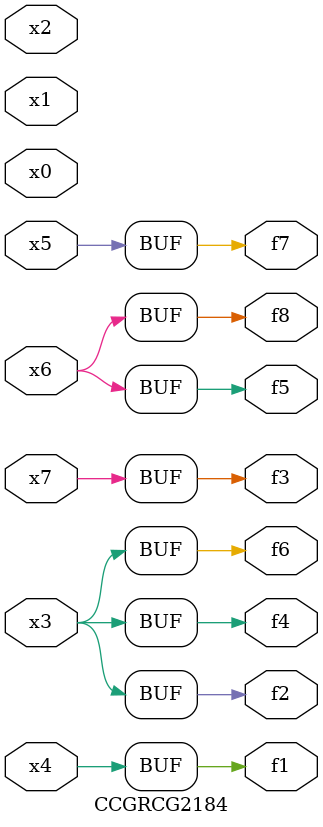
<source format=v>
module CCGRCG2184(
	input x0, x1, x2, x3, x4, x5, x6, x7,
	output f1, f2, f3, f4, f5, f6, f7, f8
);
	assign f1 = x4;
	assign f2 = x3;
	assign f3 = x7;
	assign f4 = x3;
	assign f5 = x6;
	assign f6 = x3;
	assign f7 = x5;
	assign f8 = x6;
endmodule

</source>
